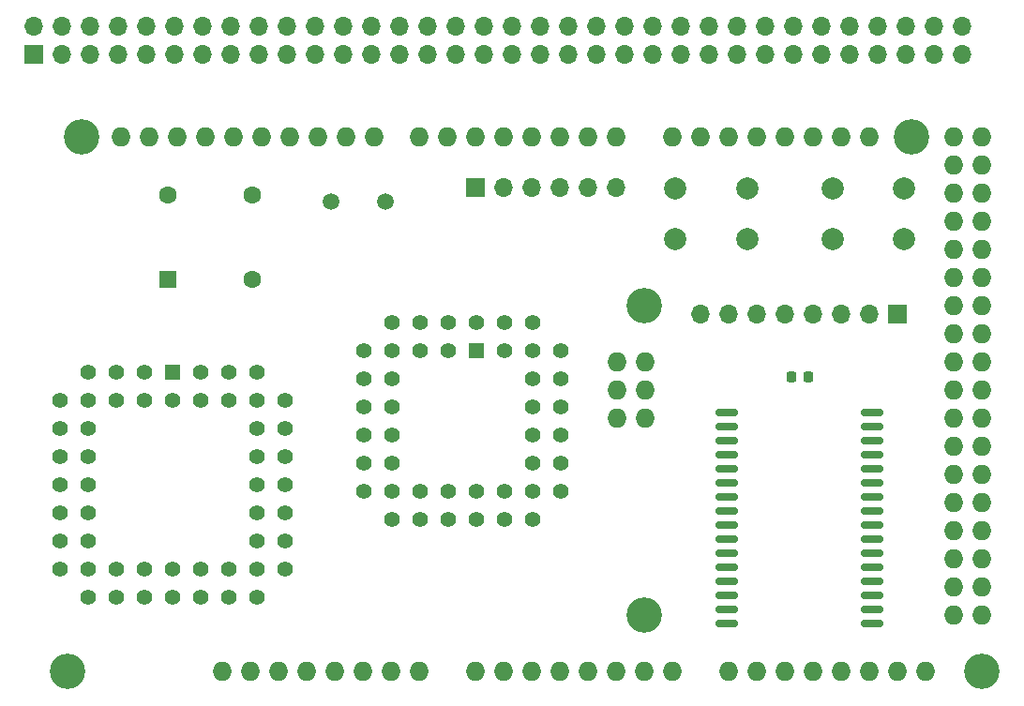
<source format=gbr>
%TF.GenerationSoftware,KiCad,Pcbnew,(6.0.2)*%
%TF.CreationDate,2022-08-12T14:47:40-07:00*%
%TF.ProjectId,Mega68k,4d656761-3638-46b2-9e6b-696361645f70,rev?*%
%TF.SameCoordinates,Original*%
%TF.FileFunction,Soldermask,Bot*%
%TF.FilePolarity,Negative*%
%FSLAX46Y46*%
G04 Gerber Fmt 4.6, Leading zero omitted, Abs format (unit mm)*
G04 Created by KiCad (PCBNEW (6.0.2)) date 2022-08-12 14:47:40*
%MOMM*%
%LPD*%
G01*
G04 APERTURE LIST*
G04 Aperture macros list*
%AMRoundRect*
0 Rectangle with rounded corners*
0 $1 Rounding radius*
0 $2 $3 $4 $5 $6 $7 $8 $9 X,Y pos of 4 corners*
0 Add a 4 corners polygon primitive as box body*
4,1,4,$2,$3,$4,$5,$6,$7,$8,$9,$2,$3,0*
0 Add four circle primitives for the rounded corners*
1,1,$1+$1,$2,$3*
1,1,$1+$1,$4,$5*
1,1,$1+$1,$6,$7*
1,1,$1+$1,$8,$9*
0 Add four rect primitives between the rounded corners*
20,1,$1+$1,$2,$3,$4,$5,0*
20,1,$1+$1,$4,$5,$6,$7,0*
20,1,$1+$1,$6,$7,$8,$9,0*
20,1,$1+$1,$8,$9,$2,$3,0*%
G04 Aperture macros list end*
%ADD10C,2.000000*%
%ADD11R,1.600000X1.600000*%
%ADD12C,1.600000*%
%ADD13C,1.500000*%
%ADD14R,1.422400X1.422400*%
%ADD15C,1.422400*%
%ADD16R,1.700000X1.700000*%
%ADD17O,1.700000X1.700000*%
%ADD18C,3.200000*%
%ADD19O,1.727200X1.727200*%
%ADD20RoundRect,0.150000X0.875000X0.150000X-0.875000X0.150000X-0.875000X-0.150000X0.875000X-0.150000X0*%
%ADD21RoundRect,0.225000X0.225000X0.250000X-0.225000X0.250000X-0.225000X-0.250000X0.225000X-0.250000X0*%
G04 APERTURE END LIST*
D10*
%TO.C,SW2*%
X117044400Y-65364800D03*
X123544400Y-65364800D03*
X117044400Y-69864800D03*
X123544400Y-69864800D03*
%TD*%
D11*
%TO.C,X1*%
X71221600Y-73558400D03*
D12*
X78841600Y-73558400D03*
X78841600Y-65938400D03*
X71221600Y-65938400D03*
%TD*%
D13*
%TO.C,Y1*%
X90892800Y-66522600D03*
X86012800Y-66522600D03*
%TD*%
D14*
%TO.C,U2*%
X99136200Y-80010000D03*
D15*
X96596200Y-77470000D03*
X96596200Y-80010000D03*
X94056200Y-77470000D03*
X94056200Y-80010000D03*
X91516200Y-77470000D03*
X88976200Y-80010000D03*
X91516200Y-80010000D03*
X88976200Y-82550000D03*
X91516200Y-82550000D03*
X88976200Y-85090000D03*
X91516200Y-85090000D03*
X88976200Y-87630000D03*
X91516200Y-87630000D03*
X88976200Y-90170000D03*
X91516200Y-90170000D03*
X88976200Y-92710000D03*
X91516200Y-95250000D03*
X91516200Y-92710000D03*
X94056200Y-95250000D03*
X94056200Y-92710000D03*
X96596200Y-95250000D03*
X96596200Y-92710000D03*
X99136200Y-95250000D03*
X99136200Y-92710000D03*
X101676200Y-95250000D03*
X101676200Y-92710000D03*
X104216200Y-95250000D03*
X106756200Y-92710000D03*
X104216200Y-92710000D03*
X106756200Y-90170000D03*
X104216200Y-90170000D03*
X106756200Y-87630000D03*
X104216200Y-87630000D03*
X106756200Y-85090000D03*
X104216200Y-85090000D03*
X106756200Y-82550000D03*
X104216200Y-82550000D03*
X106756200Y-80010000D03*
X104216200Y-77470000D03*
X104216200Y-80010000D03*
X101676200Y-77470000D03*
X101676200Y-80010000D03*
X99136200Y-77470000D03*
%TD*%
D16*
%TO.C,J3*%
X137083800Y-76682600D03*
D17*
X134543800Y-76682600D03*
X132003800Y-76682600D03*
X129463800Y-76682600D03*
X126923800Y-76682600D03*
X124383800Y-76682600D03*
X121843800Y-76682600D03*
X119303800Y-76682600D03*
%TD*%
%TO.C,J4*%
X142961200Y-50652600D03*
X142961200Y-53192600D03*
X140421200Y-50652600D03*
X140421200Y-53192600D03*
X137881200Y-50652600D03*
X137881200Y-53192600D03*
X135341200Y-50652600D03*
X135341200Y-53192600D03*
X132801200Y-50652600D03*
X132801200Y-53192600D03*
X130261200Y-50652600D03*
X130261200Y-53192600D03*
X127721200Y-50652600D03*
X127721200Y-53192600D03*
X125181200Y-50652600D03*
X125181200Y-53192600D03*
X122641200Y-50652600D03*
X122641200Y-53192600D03*
X120101200Y-50652600D03*
X120101200Y-53192600D03*
X117561200Y-50652600D03*
X117561200Y-53192600D03*
X115021200Y-50652600D03*
X115021200Y-53192600D03*
X112481200Y-50652600D03*
X112481200Y-53192600D03*
X109941200Y-50652600D03*
X109941200Y-53192600D03*
X107401200Y-50652600D03*
X107401200Y-53192600D03*
X104861200Y-50652600D03*
X104861200Y-53192600D03*
X102321200Y-50652600D03*
X102321200Y-53192600D03*
X99781200Y-50652600D03*
X99781200Y-53192600D03*
X97241200Y-50652600D03*
X97241200Y-53192600D03*
X94701200Y-50652600D03*
X94701200Y-53192600D03*
X92161200Y-50652600D03*
X92161200Y-53192600D03*
X89621200Y-50652600D03*
X89621200Y-53192600D03*
X87081200Y-50652600D03*
X87081200Y-53192600D03*
X84541200Y-50652600D03*
X84541200Y-53192600D03*
X82001200Y-50652600D03*
X82001200Y-53192600D03*
X79461200Y-50652600D03*
X79461200Y-53192600D03*
X76921200Y-50652600D03*
X76921200Y-53192600D03*
X74381200Y-50652600D03*
X74381200Y-53192600D03*
X71841200Y-50652600D03*
X71841200Y-53192600D03*
X69301200Y-50652600D03*
X69301200Y-53192600D03*
X66761200Y-50652600D03*
X66761200Y-53192600D03*
X64221200Y-50652600D03*
X64221200Y-53192600D03*
X61681200Y-50652600D03*
X61681200Y-53192600D03*
X59141200Y-50652600D03*
D16*
X59141200Y-53192600D03*
%TD*%
D14*
%TO.C,IC1*%
X71704200Y-81889600D03*
D15*
X71704200Y-84429600D03*
X69164200Y-81889600D03*
X69164200Y-84429600D03*
X66624200Y-81889600D03*
X66624200Y-84429600D03*
X64084200Y-81889600D03*
X61544200Y-84429600D03*
X64084200Y-84429600D03*
X61544200Y-86969600D03*
X64084200Y-86969600D03*
X61544200Y-89509600D03*
X64084200Y-89509600D03*
X61544200Y-92049600D03*
X64084200Y-92049600D03*
X61544200Y-94589600D03*
X64084200Y-94589600D03*
X61544200Y-97129600D03*
X64084200Y-97129600D03*
X61544200Y-99669600D03*
X64084200Y-102209600D03*
X64084200Y-99669600D03*
X66624200Y-102209600D03*
X66624200Y-99669600D03*
X69164200Y-102209600D03*
X69164200Y-99669600D03*
X71704200Y-102209600D03*
X71704200Y-99669600D03*
X74244200Y-102209600D03*
X74244200Y-99669600D03*
X76784200Y-102209600D03*
X76784200Y-99669600D03*
X79324200Y-102209600D03*
X81864200Y-99669600D03*
X79324200Y-99669600D03*
X81864200Y-97129600D03*
X79324200Y-97129600D03*
X81864200Y-94589600D03*
X79324200Y-94589600D03*
X81864200Y-92049600D03*
X79324200Y-92049600D03*
X81864200Y-89509600D03*
X79324200Y-89509600D03*
X81864200Y-86969600D03*
X79324200Y-86969600D03*
X81864200Y-84429600D03*
X79324200Y-81889600D03*
X79324200Y-84429600D03*
X76784200Y-81889600D03*
X76784200Y-84429600D03*
X74244200Y-81889600D03*
X74244200Y-84429600D03*
%TD*%
D18*
%TO.C,XA1*%
X144729200Y-108940600D03*
X138379200Y-60680600D03*
D19*
X76149200Y-108940600D03*
D18*
X114249200Y-103860600D03*
X63449200Y-60680600D03*
X62179200Y-108940600D03*
X114249200Y-75920600D03*
D19*
X83769200Y-108940600D03*
X86309200Y-108940600D03*
X114376200Y-81000600D03*
X142189200Y-60680600D03*
X144729200Y-60680600D03*
X99009200Y-108940600D03*
X101549200Y-108940600D03*
X104089200Y-108940600D03*
X106629200Y-108940600D03*
X109169200Y-108940600D03*
X111709200Y-108940600D03*
X114249200Y-108940600D03*
X116789200Y-108940600D03*
X121869200Y-108940600D03*
X124409200Y-108940600D03*
X126949200Y-108940600D03*
X129489200Y-108940600D03*
X132029200Y-108940600D03*
X134569200Y-108940600D03*
X137109200Y-108940600D03*
X139649200Y-108940600D03*
X72085200Y-60680600D03*
X111709200Y-60680600D03*
X109169200Y-60680600D03*
X106629200Y-60680600D03*
X104089200Y-60680600D03*
X101549200Y-60680600D03*
X99009200Y-60680600D03*
X96469200Y-60680600D03*
X93929200Y-60680600D03*
X89865200Y-60680600D03*
X87325200Y-60680600D03*
X84785200Y-60680600D03*
X82245200Y-60680600D03*
X79705200Y-60680600D03*
X77165200Y-60680600D03*
X116789200Y-60680600D03*
X119329200Y-60680600D03*
X121869200Y-60680600D03*
X124409200Y-60680600D03*
X126949200Y-60680600D03*
X129489200Y-60680600D03*
X132029200Y-60680600D03*
X134569200Y-60680600D03*
X142189200Y-63220600D03*
X144729200Y-63220600D03*
X142189200Y-65760600D03*
X144729200Y-65760600D03*
X142189200Y-68300600D03*
X144729200Y-68300600D03*
X142189200Y-70840600D03*
X144729200Y-70840600D03*
X142189200Y-73380600D03*
X144729200Y-73380600D03*
X142189200Y-75920600D03*
X144729200Y-75920600D03*
X142189200Y-78460600D03*
X144729200Y-78460600D03*
X142189200Y-81000600D03*
X144729200Y-81000600D03*
X142189200Y-83540600D03*
X144729200Y-83540600D03*
X142189200Y-86080600D03*
X144729200Y-86080600D03*
X142189200Y-88620600D03*
X144729200Y-88620600D03*
X142189200Y-91160600D03*
X144729200Y-91160600D03*
X142189200Y-93700600D03*
X144729200Y-93700600D03*
X142189200Y-96240600D03*
X144729200Y-96240600D03*
X142189200Y-98780600D03*
X144729200Y-98780600D03*
X142189200Y-101320600D03*
X144729200Y-101320600D03*
X74625200Y-60680600D03*
X88849200Y-108940600D03*
X91389200Y-108940600D03*
X114376200Y-86080600D03*
X142189200Y-103860600D03*
X144729200Y-103860600D03*
X78689200Y-108940600D03*
X111836200Y-81000600D03*
X114376200Y-83540600D03*
X81229200Y-108940600D03*
X111836200Y-86080600D03*
X111836200Y-83540600D03*
X67005200Y-60680600D03*
X69545200Y-60680600D03*
X93929200Y-108940600D03*
%TD*%
D10*
%TO.C,SW1*%
X137741800Y-65364800D03*
X131241800Y-65364800D03*
X137741800Y-69864800D03*
X131241800Y-69864800D03*
%TD*%
D16*
%TO.C,J5*%
X98983800Y-65227200D03*
D17*
X101523800Y-65227200D03*
X104063800Y-65227200D03*
X106603800Y-65227200D03*
X109143800Y-65227200D03*
X111683800Y-65227200D03*
%TD*%
D20*
%TO.C,U1*%
X134845400Y-85598000D03*
X134845400Y-86868000D03*
X134845400Y-88138000D03*
X134845400Y-89408000D03*
X134845400Y-90678000D03*
X134845400Y-91948000D03*
X134845400Y-93218000D03*
X134845400Y-94488000D03*
X134845400Y-95758000D03*
X134845400Y-97028000D03*
X134845400Y-98298000D03*
X134845400Y-99568000D03*
X134845400Y-100838000D03*
X134845400Y-102108000D03*
X134845400Y-103378000D03*
X134845400Y-104648000D03*
X121745400Y-104648000D03*
X121745400Y-103378000D03*
X121745400Y-102108000D03*
X121745400Y-100838000D03*
X121745400Y-99568000D03*
X121745400Y-98298000D03*
X121745400Y-97028000D03*
X121745400Y-95758000D03*
X121745400Y-94488000D03*
X121745400Y-93218000D03*
X121745400Y-91948000D03*
X121745400Y-90678000D03*
X121745400Y-89408000D03*
X121745400Y-88138000D03*
X121745400Y-86868000D03*
X121745400Y-85598000D03*
%TD*%
D21*
%TO.C,C7*%
X129095800Y-82372200D03*
X127545800Y-82372200D03*
%TD*%
M02*

</source>
